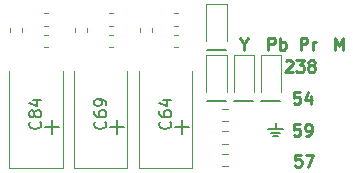
<source format=gto>
G04 #@! TF.GenerationSoftware,KiCad,Pcbnew,(6.0.0-0)*
G04 #@! TF.CreationDate,2022-02-26T19:29:42+02:00*
G04 #@! TF.ProjectId,miniRGBii,6d696e69-5247-4426-9969-2e6b69636164,1.0*
G04 #@! TF.SameCoordinates,Original*
G04 #@! TF.FileFunction,Legend,Top*
G04 #@! TF.FilePolarity,Positive*
%FSLAX46Y46*%
G04 Gerber Fmt 4.6, Leading zero omitted, Abs format (unit mm)*
G04 Created by KiCad (PCBNEW (6.0.0-0)) date 2022-02-26 19:29:42*
%MOMM*%
%LPD*%
G01*
G04 APERTURE LIST*
%ADD10C,0.150000*%
%ADD11C,0.250000*%
%ADD12C,0.120000*%
G04 APERTURE END LIST*
D10*
X206000000Y-65400000D02*
X206800000Y-65400000D01*
X206200000Y-65700000D02*
X206600000Y-65700000D01*
X206400000Y-64600000D02*
X206400000Y-64900000D01*
X205800000Y-65100000D02*
X207000000Y-65100000D01*
X197900000Y-64900000D02*
X199100000Y-64900000D01*
X198500000Y-64300000D02*
X198500000Y-65500000D01*
X202900000Y-62700000D02*
X204500000Y-62700000D01*
X187500000Y-64300000D02*
X187500000Y-65500000D01*
X205200000Y-62700000D02*
X206800000Y-62700000D01*
X200600000Y-58400000D02*
X202200000Y-58400000D01*
X200600000Y-62700000D02*
X202200000Y-62700000D01*
X186900000Y-64900000D02*
X188100000Y-64900000D01*
X192400000Y-64900000D02*
X193600000Y-64900000D01*
X193000000Y-64300000D02*
X193000000Y-65500000D01*
D11*
X211466666Y-58352380D02*
X211466666Y-57352380D01*
X211800000Y-58066666D01*
X212133333Y-57352380D01*
X212133333Y-58352380D01*
X208461904Y-61952380D02*
X207985714Y-61952380D01*
X207938095Y-62428571D01*
X207985714Y-62380952D01*
X208080952Y-62333333D01*
X208319047Y-62333333D01*
X208414285Y-62380952D01*
X208461904Y-62428571D01*
X208509523Y-62523809D01*
X208509523Y-62761904D01*
X208461904Y-62857142D01*
X208414285Y-62904761D01*
X208319047Y-62952380D01*
X208080952Y-62952380D01*
X207985714Y-62904761D01*
X207938095Y-62857142D01*
X209366666Y-62285714D02*
X209366666Y-62952380D01*
X209128571Y-61904761D02*
X208890476Y-62619047D01*
X209509523Y-62619047D01*
X207261904Y-59347619D02*
X207309523Y-59300000D01*
X207404761Y-59252380D01*
X207642857Y-59252380D01*
X207738095Y-59300000D01*
X207785714Y-59347619D01*
X207833333Y-59442857D01*
X207833333Y-59538095D01*
X207785714Y-59680952D01*
X207214285Y-60252380D01*
X207833333Y-60252380D01*
X208166666Y-59252380D02*
X208785714Y-59252380D01*
X208452380Y-59633333D01*
X208595238Y-59633333D01*
X208690476Y-59680952D01*
X208738095Y-59728571D01*
X208785714Y-59823809D01*
X208785714Y-60061904D01*
X208738095Y-60157142D01*
X208690476Y-60204761D01*
X208595238Y-60252380D01*
X208309523Y-60252380D01*
X208214285Y-60204761D01*
X208166666Y-60157142D01*
X209357142Y-59680952D02*
X209261904Y-59633333D01*
X209214285Y-59585714D01*
X209166666Y-59490476D01*
X209166666Y-59442857D01*
X209214285Y-59347619D01*
X209261904Y-59300000D01*
X209357142Y-59252380D01*
X209547619Y-59252380D01*
X209642857Y-59300000D01*
X209690476Y-59347619D01*
X209738095Y-59442857D01*
X209738095Y-59490476D01*
X209690476Y-59585714D01*
X209642857Y-59633333D01*
X209547619Y-59680952D01*
X209357142Y-59680952D01*
X209261904Y-59728571D01*
X209214285Y-59776190D01*
X209166666Y-59871428D01*
X209166666Y-60061904D01*
X209214285Y-60157142D01*
X209261904Y-60204761D01*
X209357142Y-60252380D01*
X209547619Y-60252380D01*
X209642857Y-60204761D01*
X209690476Y-60157142D01*
X209738095Y-60061904D01*
X209738095Y-59871428D01*
X209690476Y-59776190D01*
X209642857Y-59728571D01*
X209547619Y-59680952D01*
X205785714Y-58352380D02*
X205785714Y-57352380D01*
X206166666Y-57352380D01*
X206261904Y-57400000D01*
X206309523Y-57447619D01*
X206357142Y-57542857D01*
X206357142Y-57685714D01*
X206309523Y-57780952D01*
X206261904Y-57828571D01*
X206166666Y-57876190D01*
X205785714Y-57876190D01*
X206785714Y-58352380D02*
X206785714Y-57352380D01*
X206785714Y-57733333D02*
X206880952Y-57685714D01*
X207071428Y-57685714D01*
X207166666Y-57733333D01*
X207214285Y-57780952D01*
X207261904Y-57876190D01*
X207261904Y-58161904D01*
X207214285Y-58257142D01*
X207166666Y-58304761D01*
X207071428Y-58352380D01*
X206880952Y-58352380D01*
X206785714Y-58304761D01*
X208461904Y-64652380D02*
X207985714Y-64652380D01*
X207938095Y-65128571D01*
X207985714Y-65080952D01*
X208080952Y-65033333D01*
X208319047Y-65033333D01*
X208414285Y-65080952D01*
X208461904Y-65128571D01*
X208509523Y-65223809D01*
X208509523Y-65461904D01*
X208461904Y-65557142D01*
X208414285Y-65604761D01*
X208319047Y-65652380D01*
X208080952Y-65652380D01*
X207985714Y-65604761D01*
X207938095Y-65557142D01*
X208985714Y-65652380D02*
X209176190Y-65652380D01*
X209271428Y-65604761D01*
X209319047Y-65557142D01*
X209414285Y-65414285D01*
X209461904Y-65223809D01*
X209461904Y-64842857D01*
X209414285Y-64747619D01*
X209366666Y-64700000D01*
X209271428Y-64652380D01*
X209080952Y-64652380D01*
X208985714Y-64700000D01*
X208938095Y-64747619D01*
X208890476Y-64842857D01*
X208890476Y-65080952D01*
X208938095Y-65176190D01*
X208985714Y-65223809D01*
X209080952Y-65271428D01*
X209271428Y-65271428D01*
X209366666Y-65223809D01*
X209414285Y-65176190D01*
X209461904Y-65080952D01*
X208561904Y-67252380D02*
X208085714Y-67252380D01*
X208038095Y-67728571D01*
X208085714Y-67680952D01*
X208180952Y-67633333D01*
X208419047Y-67633333D01*
X208514285Y-67680952D01*
X208561904Y-67728571D01*
X208609523Y-67823809D01*
X208609523Y-68061904D01*
X208561904Y-68157142D01*
X208514285Y-68204761D01*
X208419047Y-68252380D01*
X208180952Y-68252380D01*
X208085714Y-68204761D01*
X208038095Y-68157142D01*
X208942857Y-67252380D02*
X209609523Y-67252380D01*
X209180952Y-68252380D01*
X203700000Y-57876190D02*
X203700000Y-58352380D01*
X203366666Y-57352380D02*
X203700000Y-57876190D01*
X204033333Y-57352380D01*
X208528571Y-58352380D02*
X208528571Y-57352380D01*
X208909523Y-57352380D01*
X209004761Y-57400000D01*
X209052380Y-57447619D01*
X209100000Y-57542857D01*
X209100000Y-57685714D01*
X209052380Y-57780952D01*
X209004761Y-57828571D01*
X208909523Y-57876190D01*
X208528571Y-57876190D01*
X209528571Y-58352380D02*
X209528571Y-57685714D01*
X209528571Y-57876190D02*
X209576190Y-57780952D01*
X209623809Y-57733333D01*
X209719047Y-57685714D01*
X209814285Y-57685714D01*
D10*
X186457142Y-64442857D02*
X186504761Y-64490476D01*
X186552380Y-64633333D01*
X186552380Y-64728571D01*
X186504761Y-64871428D01*
X186409523Y-64966666D01*
X186314285Y-65014285D01*
X186123809Y-65061904D01*
X185980952Y-65061904D01*
X185790476Y-65014285D01*
X185695238Y-64966666D01*
X185600000Y-64871428D01*
X185552380Y-64728571D01*
X185552380Y-64633333D01*
X185600000Y-64490476D01*
X185647619Y-64442857D01*
X185980952Y-63871428D02*
X185933333Y-63966666D01*
X185885714Y-64014285D01*
X185790476Y-64061904D01*
X185742857Y-64061904D01*
X185647619Y-64014285D01*
X185600000Y-63966666D01*
X185552380Y-63871428D01*
X185552380Y-63680952D01*
X185600000Y-63585714D01*
X185647619Y-63538095D01*
X185742857Y-63490476D01*
X185790476Y-63490476D01*
X185885714Y-63538095D01*
X185933333Y-63585714D01*
X185980952Y-63680952D01*
X185980952Y-63871428D01*
X186028571Y-63966666D01*
X186076190Y-64014285D01*
X186171428Y-64061904D01*
X186361904Y-64061904D01*
X186457142Y-64014285D01*
X186504761Y-63966666D01*
X186552380Y-63871428D01*
X186552380Y-63680952D01*
X186504761Y-63585714D01*
X186457142Y-63538095D01*
X186361904Y-63490476D01*
X186171428Y-63490476D01*
X186076190Y-63538095D01*
X186028571Y-63585714D01*
X185980952Y-63680952D01*
X185885714Y-62633333D02*
X186552380Y-62633333D01*
X185504761Y-62871428D02*
X186219047Y-63109523D01*
X186219047Y-62490476D01*
X191957142Y-64442857D02*
X192004761Y-64490476D01*
X192052380Y-64633333D01*
X192052380Y-64728571D01*
X192004761Y-64871428D01*
X191909523Y-64966666D01*
X191814285Y-65014285D01*
X191623809Y-65061904D01*
X191480952Y-65061904D01*
X191290476Y-65014285D01*
X191195238Y-64966666D01*
X191100000Y-64871428D01*
X191052380Y-64728571D01*
X191052380Y-64633333D01*
X191100000Y-64490476D01*
X191147619Y-64442857D01*
X191052380Y-63585714D02*
X191052380Y-63776190D01*
X191100000Y-63871428D01*
X191147619Y-63919047D01*
X191290476Y-64014285D01*
X191480952Y-64061904D01*
X191861904Y-64061904D01*
X191957142Y-64014285D01*
X192004761Y-63966666D01*
X192052380Y-63871428D01*
X192052380Y-63680952D01*
X192004761Y-63585714D01*
X191957142Y-63538095D01*
X191861904Y-63490476D01*
X191623809Y-63490476D01*
X191528571Y-63538095D01*
X191480952Y-63585714D01*
X191433333Y-63680952D01*
X191433333Y-63871428D01*
X191480952Y-63966666D01*
X191528571Y-64014285D01*
X191623809Y-64061904D01*
X192052380Y-63014285D02*
X192052380Y-62823809D01*
X192004761Y-62728571D01*
X191957142Y-62680952D01*
X191814285Y-62585714D01*
X191623809Y-62538095D01*
X191242857Y-62538095D01*
X191147619Y-62585714D01*
X191100000Y-62633333D01*
X191052380Y-62728571D01*
X191052380Y-62919047D01*
X191100000Y-63014285D01*
X191147619Y-63061904D01*
X191242857Y-63109523D01*
X191480952Y-63109523D01*
X191576190Y-63061904D01*
X191623809Y-63014285D01*
X191671428Y-62919047D01*
X191671428Y-62728571D01*
X191623809Y-62633333D01*
X191576190Y-62585714D01*
X191480952Y-62538095D01*
X197457142Y-64442857D02*
X197504761Y-64490476D01*
X197552380Y-64633333D01*
X197552380Y-64728571D01*
X197504761Y-64871428D01*
X197409523Y-64966666D01*
X197314285Y-65014285D01*
X197123809Y-65061904D01*
X196980952Y-65061904D01*
X196790476Y-65014285D01*
X196695238Y-64966666D01*
X196600000Y-64871428D01*
X196552380Y-64728571D01*
X196552380Y-64633333D01*
X196600000Y-64490476D01*
X196647619Y-64442857D01*
X196552380Y-63585714D02*
X196552380Y-63776190D01*
X196600000Y-63871428D01*
X196647619Y-63919047D01*
X196790476Y-64014285D01*
X196980952Y-64061904D01*
X197361904Y-64061904D01*
X197457142Y-64014285D01*
X197504761Y-63966666D01*
X197552380Y-63871428D01*
X197552380Y-63680952D01*
X197504761Y-63585714D01*
X197457142Y-63538095D01*
X197361904Y-63490476D01*
X197123809Y-63490476D01*
X197028571Y-63538095D01*
X196980952Y-63585714D01*
X196933333Y-63680952D01*
X196933333Y-63871428D01*
X196980952Y-63966666D01*
X197028571Y-64014285D01*
X197123809Y-64061904D01*
X196885714Y-62633333D02*
X197552380Y-62633333D01*
X196504761Y-62871428D02*
X197219047Y-63109523D01*
X197219047Y-62490476D01*
D12*
X192671267Y-58110000D02*
X192328733Y-58110000D01*
X192671267Y-57090000D02*
X192328733Y-57090000D01*
X198171267Y-58110000D02*
X197828733Y-58110000D01*
X198171267Y-57090000D02*
X197828733Y-57090000D01*
X187171267Y-57090000D02*
X186828733Y-57090000D01*
X187171267Y-58110000D02*
X186828733Y-58110000D01*
X192328733Y-56310000D02*
X192671267Y-56310000D01*
X192328733Y-55290000D02*
X192671267Y-55290000D01*
X190410000Y-56528733D02*
X190410000Y-56871267D01*
X189390000Y-56528733D02*
X189390000Y-56871267D01*
X197828733Y-56310000D02*
X198171267Y-56310000D01*
X197828733Y-55290000D02*
X198171267Y-55290000D01*
X194890000Y-56528733D02*
X194890000Y-56871267D01*
X195910000Y-56528733D02*
X195910000Y-56871267D01*
X186828733Y-56310000D02*
X187171267Y-56310000D01*
X186828733Y-55290000D02*
X187171267Y-55290000D01*
X184910000Y-56528733D02*
X184910000Y-56871267D01*
X183890000Y-56528733D02*
X183890000Y-56871267D01*
X204550000Y-58800000D02*
X204550000Y-61950000D01*
X202850000Y-58800000D02*
X202850000Y-61950000D01*
X204550000Y-58800000D02*
X202850000Y-58800000D01*
X202250000Y-58800000D02*
X202250000Y-61950000D01*
X200550000Y-58800000D02*
X200550000Y-61950000D01*
X202250000Y-58800000D02*
X200550000Y-58800000D01*
X202250000Y-54500000D02*
X200550000Y-54500000D01*
X200550000Y-54500000D02*
X200550000Y-57650000D01*
X202250000Y-54500000D02*
X202250000Y-57650000D01*
X183840000Y-60150000D02*
X183840000Y-68385000D01*
X183840000Y-68385000D02*
X188360000Y-68385000D01*
X188360000Y-68385000D02*
X188360000Y-60150000D01*
X193860000Y-68385000D02*
X193860000Y-60150000D01*
X189340000Y-60150000D02*
X189340000Y-68385000D01*
X189340000Y-68385000D02*
X193860000Y-68385000D01*
X194840000Y-68385000D02*
X199360000Y-68385000D01*
X199360000Y-68385000D02*
X199360000Y-60150000D01*
X194840000Y-60150000D02*
X194840000Y-68385000D01*
X205150000Y-58800000D02*
X205150000Y-61950000D01*
X206850000Y-58800000D02*
X205150000Y-58800000D01*
X206850000Y-58800000D02*
X206850000Y-61950000D01*
X202354724Y-65277500D02*
X201845276Y-65277500D01*
X202354724Y-66322500D02*
X201845276Y-66322500D01*
X201845276Y-64422500D02*
X202354724Y-64422500D01*
X201845276Y-63377500D02*
X202354724Y-63377500D01*
X202354724Y-67177500D02*
X201845276Y-67177500D01*
X202354724Y-68222500D02*
X201845276Y-68222500D01*
M02*

</source>
